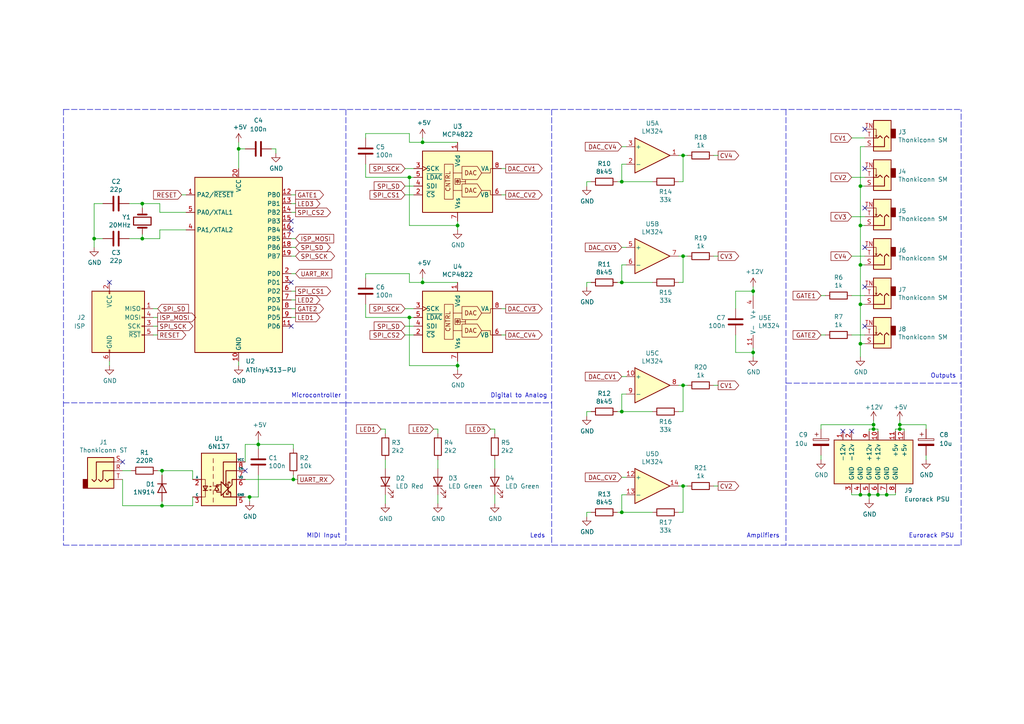
<source format=kicad_sch>
(kicad_sch (version 20211123) (generator eeschema)
  (paper "A4")
  (title_block (title "midi-to-cv") (date "2022-11-20") (rev "A") (company "eurorack.rgm.io") (comment 3 "Released under CERN Open Hardware Licence Version 2 - Strongly Reciprocal") (comment 4 "Designed by: Rafael G. Martins"))
  (lib_symbols
    (symbol "Amplifier_Operational:LM324" (pin_names (offset 0.127))
      (property "Reference" "U" (at 0 5.08 0))
      (property "Value" "LM324" (at 0 -5.08 0))
      (symbol "LM324_1_1"
        (pin output line (at 7.62 0 180) (length 2.54) (name "~") (number "1"))
        (pin input line (at -7.62 -2.54 0) (length 2.54) (name "-") (number "2"))
        (pin input line (at -7.62 2.54 0) (length 2.54) (name "+") (number "3"))
      )
      (symbol "LM324_2_1"
        (pin input line (at -7.62 2.54 0) (length 2.54) (name "+") (number "5"))
        (pin input line (at -7.62 -2.54 0) (length 2.54) (name "-") (number "6"))
        (pin output line (at 7.62 0 180) (length 2.54) (name "~") (number "7"))
      )
      (symbol "LM324_3_1"
        (pin input line (at -7.62 2.54 0) (length 2.54) (name "+") (number "10"))
        (pin output line (at 7.62 0 180) (length 2.54) (name "~") (number "8"))
        (pin input line (at -7.62 -2.54 0) (length 2.54) (name "-") (number "9"))
      )
      (symbol "LM324_4_1"
        (pin input line (at -7.62 2.54 0) (length 2.54) (name "+") (number "12"))
        (pin input line (at -7.62 -2.54 0) (length 2.54) (name "-") (number "13"))
        (pin output line (at 7.62 0 180) (length 2.54) (name "~") (number "14"))
      )
      (symbol "LM324_5_1"
        (pin power_in line (at -2.54 -7.62 90) (length 3.81) (name "V-") (number "11"))
        (pin power_in line (at -2.54 7.62 270) (length 3.81) (name "V+") (number "4"))
      )
    )
    (symbol "Analog_DAC:MCP4822" (pin_names (offset 1.016))
      (property "Reference" "U" (at -2.54 10.795 0))
      (property "Value" "MCP4822" (at -2.54 8.89 0))
      (symbol "MCP4822_0_0"
        (text "CNTRL" (at -2.032 -4.191 900) (effects (font (size 1.27 1.27)) (justify left bottom)))
        (text "DAC" (at 3.81 -3.81 0) (effects (font (size 1.27 1.27))))
        (text "DAC" (at 3.81 1.27 0) (effects (font (size 1.27 1.27))))
      )
      (symbol "MCP4822_1_1"
        (pin power_in line (at 0 10.16 270) (length 2.54) (name "Vdd") (number "1"))
        (pin input line (at -12.7 -5.08 0) (length 2.54) (name "~{CS}") (number "2"))
        (pin input clock (at -12.7 2.54 0) (length 2.54) (name "SCK") (number "3"))
        (pin input line (at -12.7 -2.54 0) (length 2.54) (name "SDI") (number "4"))
        (pin input line (at -12.7 0 0) (length 2.54) (name "~{LDAC}") (number "5"))
        (pin output line (at 12.7 -5.08 180) (length 2.54) (name "VB") (number "6"))
        (pin power_in line (at 0 -12.7 90) (length 2.54) (name "Vss") (number "7"))
        (pin output line (at 12.7 2.54 180) (length 2.54) (name "VA") (number "8"))
      )
    )
    (symbol "Connector:AVR-ISP-6" (pin_names (offset 1.016))
      (property "Reference" "J" (at -6.35 11.43 0))
      (property "Value" "AVR-ISP-6" (at 0 11.43 0))
      (symbol "AVR-ISP-6_1_1"
        (pin passive line (at 10.16 5.08 180) (length 2.54) (name "MISO") (number "1"))
        (pin passive line (at -2.54 12.7 270) (length 2.54) (name "VCC") (number "2"))
        (pin passive line (at 10.16 0 180) (length 2.54) (name "SCK") (number "3"))
        (pin passive line (at 10.16 2.54 180) (length 2.54) (name "MOSI") (number "4"))
        (pin passive line (at 10.16 -2.54 180) (length 2.54) (name "~{RST}") (number "5"))
        (pin passive line (at -2.54 -10.16 90) (length 2.54) (name "GND") (number "6"))
      )
    )
    (symbol "Connector:AudioJack2_SwitchT"
      (property "Reference" "J" (at 0 8.89 0))
      (property "Value" "AudioJack2_SwitchT" (at 0 6.35 0))
      (symbol "AudioJack2_SwitchT_1_1"
        (pin passive line (at 5.08 2.54 180) (length 2.54) (name "~") (number "S"))
        (pin passive line (at 5.08 0 180) (length 2.54) (name "~") (number "T"))
        (pin passive line (at 5.08 -2.54 180) (length 2.54) (name "~") (number "TN"))
      )
    )
    (symbol "Connector:AudioJack3"
      (property "Reference" "J" (at 0 8.89 0))
      (property "Value" "AudioJack3" (at 0 6.35 0))
      (symbol "AudioJack3_1_1"
        (pin passive line (at 5.08 0 180) (length 2.54) (name "~") (number "R"))
        (pin passive line (at 5.08 2.54 180) (length 2.54) (name "~") (number "S"))
        (pin passive line (at 5.08 -2.54 180) (length 2.54) (name "~") (number "T"))
      )
    )
    (symbol "Device:C" (pin_numbers hide) (pin_names (offset 0.254))
      (property "Reference" "C" (at 0.635 2.54 0))
      (property "Value" "C" (at 0.635 -2.54 0))
      (symbol "C_1_1"
        (pin passive line (at 0 3.81 270) (length 2.794) (name "~") (number "1"))
        (pin passive line (at 0 -3.81 90) (length 2.794) (name "~") (number "2"))
      )
    )
    (symbol "Device:C_Polarized" (pin_numbers hide) (pin_names (offset 0.254))
      (property "Reference" "C" (at 0.635 2.54 0))
      (property "Value" "C_Polarized" (at 0.635 -2.54 0))
      (symbol "C_Polarized_1_1"
        (pin passive line (at 0 3.81 270) (length 2.794) (name "~") (number "1"))
        (pin passive line (at 0 -3.81 90) (length 2.794) (name "~") (number "2"))
      )
    )
    (symbol "Device:Crystal" (pin_numbers hide) (pin_names (offset 1.016) hide)
      (property "Reference" "Y" (at 0 3.81 0))
      (property "Value" "Crystal" (at 0 -3.81 0))
      (symbol "Crystal_1_1"
        (pin passive line (at -3.81 0 0) (length 1.27) (name "1") (number "1"))
        (pin passive line (at 3.81 0 180) (length 1.27) (name "2") (number "2"))
      )
    )
    (symbol "Device:LED" (pin_numbers hide) (pin_names (offset 1.016) hide)
      (property "Reference" "D" (at 0 2.54 0))
      (property "Value" "LED" (at 0 -2.54 0))
      (symbol "LED_1_1"
        (pin passive line (at -3.81 0 0) (length 2.54) (name "K") (number "1"))
        (pin passive line (at 3.81 0 180) (length 2.54) (name "A") (number "2"))
      )
    )
    (symbol "Device:R" (pin_numbers hide) (pin_names (offset 0))
      (property "Reference" "R" (at 2.032 0 90))
      (property "Value" "R" (at 0 0 90))
      (symbol "R_1_1"
        (pin passive line (at 0 3.81 270) (length 1.27) (name "~") (number "1"))
        (pin passive line (at 0 -3.81 90) (length 1.27) (name "~") (number "2"))
      )
    )
    (symbol "Diode:1N914" (pin_numbers hide) (pin_names (offset 1.016) hide)
      (property "Reference" "D" (at 0 2.54 0))
      (property "Value" "1N914" (at 0 -2.54 0))
      (symbol "1N914_1_1"
        (pin passive line (at -3.81 0 0) (length 2.54) (name "K") (number "1"))
        (pin passive line (at 3.81 0 180) (length 2.54) (name "A") (number "2"))
      )
    )
    (symbol "Isolator:6N137" (pin_names (offset 0))
      (property "Reference" "U" (at -4.064 8.89 0))
      (property "Value" "6N137" (at 0 -8.89 0))
      (symbol "6N137_1_1"
        (pin no_connect line (at -5.08 5.08 0) (length 2.54) hide (name "NC") (number "1"))
        (pin passive line (at -7.62 0 0) (length 2.54) (name "A") (number "2"))
        (pin passive line (at -7.62 -5.08 0) (length 2.54) (name "C") (number "3"))
        (pin power_in line (at 7.62 -5.08 180) (length 2.54) (name "GND") (number "5"))
        (pin open_collector line (at 7.62 0 180) (length 2.54) (name "VO") (number "6"))
        (pin input line (at 7.62 2.54 180) (length 2.54) (name "EN") (number "7"))
        (pin power_in line (at 7.62 5.08 180) (length 2.54) (name "VCC") (number "8"))
      )
    )
    (symbol "MCU_Microchip_ATtiny:ATtiny4313-P"
      (property "Reference" "U" (at -12.7 26.67 0))
      (property "Value" "ATtiny4313-P" (at 2.54 -26.67 0))
      (symbol "ATtiny4313-P_1_1"
        (pin bidirectional line (at -15.24 20.32 0) (length 2.54) (name "PA2/~{RESET}") (number "1"))
        (pin power_in line (at 0 -27.94 90) (length 2.54) (name "GND") (number "10"))
        (pin bidirectional line (at 15.24 -17.78 180) (length 2.54) (name "PD6") (number "11"))
        (pin bidirectional line (at 15.24 20.32 180) (length 2.54) (name "PB0") (number "12"))
        (pin bidirectional line (at 15.24 17.78 180) (length 2.54) (name "PB1") (number "13"))
        (pin bidirectional line (at 15.24 15.24 180) (length 2.54) (name "PB2") (number "14"))
        (pin bidirectional line (at 15.24 12.7 180) (length 2.54) (name "PB3") (number "15"))
        (pin bidirectional line (at 15.24 10.16 180) (length 2.54) (name "PB4") (number "16"))
        (pin bidirectional line (at 15.24 7.62 180) (length 2.54) (name "PB5") (number "17"))
        (pin bidirectional line (at 15.24 5.08 180) (length 2.54) (name "PB6") (number "18"))
        (pin bidirectional line (at 15.24 2.54 180) (length 2.54) (name "PB7") (number "19"))
        (pin bidirectional line (at 15.24 -2.54 180) (length 2.54) (name "PD0") (number "2"))
        (pin power_in line (at 0 27.94 270) (length 2.54) (name "VCC") (number "20"))
        (pin bidirectional line (at 15.24 -5.08 180) (length 2.54) (name "PD1") (number "3"))
        (pin bidirectional line (at -15.24 10.16 0) (length 2.54) (name "PA1/XTAL2") (number "4"))
        (pin bidirectional line (at -15.24 15.24 0) (length 2.54) (name "PA0/XTAL1") (number "5"))
        (pin bidirectional line (at 15.24 -7.62 180) (length 2.54) (name "PD2") (number "6"))
        (pin bidirectional line (at 15.24 -10.16 180) (length 2.54) (name "PD3") (number "7"))
        (pin bidirectional line (at 15.24 -12.7 180) (length 2.54) (name "PD4") (number "8"))
        (pin bidirectional line (at 15.24 -15.24 180) (length 2.54) (name "PD5") (number "9"))
      )
    )
    (symbol "eurorack:Connector_Eurorack_PSU" (pin_names (offset 1.016))
      (property "Reference" "J" (at 8.89 -6.35 0))
      (property "Value" "Connector_Eurorack_PSU" (at 8.89 -8.89 0))
      (symbol "Connector_Eurorack_PSU_1_1"
        (pin power_out line (at -8.89 11.43 270) (length 2.54) (name "-12v") (number "1"))
        (pin passive line (at 1.27 11.43 270) (length 2.54) (name "+12v") (number "10"))
        (pin power_out line (at 6.35 11.43 270) (length 2.54) (name "+5v") (number "11"))
        (pin passive line (at 8.89 11.43 270) (length 2.54) (name "+5v") (number "12"))
        (pin no_connect line (at -13.97 1.27 0) (length 2.54) hide (name "NC") (number "13"))
        (pin no_connect line (at -13.97 -1.27 0) (length 2.54) hide (name "NC") (number "14"))
        (pin no_connect line (at 13.97 1.27 180) (length 2.54) hide (name "NC") (number "15"))
        (pin no_connect line (at 13.97 -1.27 180) (length 2.54) hide (name "NC") (number "16"))
        (pin passive line (at -6.35 11.43 270) (length 2.54) (name "-12v") (number "2"))
        (pin power_out line (at -6.35 -6.35 90) (length 2.54) (name "GND") (number "3"))
        (pin passive line (at -3.81 -6.35 90) (length 2.54) (name "GND") (number "4"))
        (pin passive line (at -1.27 -6.35 90) (length 2.54) (name "GND") (number "5"))
        (pin passive line (at 1.27 -6.35 90) (length 2.54) (name "GND") (number "6"))
        (pin passive line (at 3.81 -6.35 90) (length 2.54) (name "GND") (number "7"))
        (pin passive line (at 6.35 -6.35 90) (length 2.54) (name "GND") (number "8"))
        (pin power_out line (at -1.27 11.43 270) (length 2.54) (name "+12v") (number "9"))
      )
    )
    (symbol "power:+12V" (power) (pin_names (offset 0))
      (property "Value" "+12V" (at 0 3.556 0))
      (symbol "+12V_1_1"
        (pin power_in line (at 0 0 90) (length 0) hide (name "+12V") (number "1"))
      )
    )
    (symbol "power:+5V" (power) (pin_names (offset 0))
      (property "Value" "+5V" (at 0 3.556 0))
      (symbol "+5V_1_1"
        (pin power_in line (at 0 0 90) (length 0) hide (name "+5V") (number "1"))
      )
    )
    (symbol "power:GND" (power) (pin_names (offset 0))
      (property "Value" "GND" (at 0 -3.81 0))
      (symbol "GND_1_1"
        (pin power_in line (at 0 0 270) (length 0) hide (name "GND") (number "1"))
      )
    )
  )
  (junction (at 41.275 69.215))
  (junction (at 118.745 92.075))
  (junction (at 122.555 41.275))
  (junction (at 72.39 144.145))
  (junction (at 122.555 81.915))
  (junction (at 254.635 143.51))
  (junction (at 253.365 124.46))
  (junction (at 218.44 84.455))
  (junction (at 180.34 81.915))
  (junction (at 249.555 65.405))
  (junction (at 198.12 111.76))
  (junction (at 27.305 69.215))
  (junction (at 249.555 88.265))
  (junction (at 198.12 140.97))
  (junction (at 46.99 136.525))
  (junction (at 260.985 123.19))
  (junction (at 46.99 146.685))
  (junction (at 74.93 128.905))
  (junction (at 198.12 74.295))
  (junction (at 257.175 143.51))
  (junction (at 253.365 123.19))
  (junction (at 260.985 124.46))
  (junction (at 118.745 51.435))
  (junction (at 249.555 53.975))
  (junction (at 180.34 52.705))
  (junction (at 69.215 43.18))
  (junction (at 249.555 143.51))
  (junction (at 85.09 139.065))
  (junction (at 132.715 106.045))
  (junction (at 249.555 76.835))
  (junction (at 218.44 102.235))
  (junction (at 132.715 65.405))
  (junction (at 180.34 148.59))
  (junction (at 180.34 119.38))
  (junction (at 198.12 45.085))
  (junction (at 249.555 99.695))
  (junction (at 41.275 59.055))
  (junction (at 252.095 143.51))
  (no_connect (at 71.12 136.525))
  (no_connect (at 84.455 64.135))
  (no_connect (at 84.455 66.675))
  (no_connect (at 250.825 71.755))
  (no_connect (at 250.825 60.325))
  (no_connect (at 250.825 48.895))
  (no_connect (at 84.455 94.615))
  (no_connect (at 244.475 125.095))
  (no_connect (at 31.75 81.915))
  (no_connect (at 250.825 94.615))
  (no_connect (at 247.015 125.095))
  (no_connect (at 84.455 81.915))
  (no_connect (at 35.56 133.985))
  (no_connect (at 250.825 83.185))
  (no_connect (at 250.825 37.465))
  (wire (pts (xy 260.985 124.46) (xy 262.255 124.46)))
  (wire (pts (xy 29.845 69.215) (xy 27.305 69.215)))
  (wire (pts (xy 249.555 99.695) (xy 250.825 99.695)))
  (wire (pts (xy 118.745 81.915) (xy 122.555 81.915)))
  (wire (pts (xy 252.095 125.095) (xy 252.095 124.46)))
  (wire (pts (xy 170.18 81.915) (xy 171.45 81.915)))
  (wire (pts (xy 268.605 124.46) (xy 268.605 123.19)))
  (wire (pts (xy 106.045 92.075) (xy 118.745 92.075)))
  (wire (pts (xy 46.99 136.525) (xy 55.88 136.525)))
  (wire (pts (xy 106.045 80.645) (xy 106.045 79.375)))
  (wire (pts (xy 52.705 56.515) (xy 53.975 56.515)))
  (wire (pts (xy 238.125 123.19) (xy 253.365 123.19)))
  (wire (pts (xy 145.415 89.535) (xy 146.685 89.535)))
  (wire (pts (xy 259.715 143.51) (xy 259.715 142.875)))
  (wire (pts (xy 180.34 143.51) (xy 180.34 148.59)))
  (wire (pts (xy 127 143.51) (xy 127 146.05)))
  (wire (pts (xy 180.34 71.755) (xy 181.61 71.755)))
  (wire (pts (xy 84.455 86.995) (xy 85.725 86.995)))
  (wire (pts (xy 111.76 135.89) (xy 111.76 133.35)))
  (wire (pts (xy 198.12 81.915) (xy 198.12 74.295)))
  (wire (pts (xy 181.61 76.835) (xy 180.34 76.835)))
  (wire (pts (xy 78.74 43.18) (xy 80.01 43.18)))
  (wire (pts (xy 74.93 128.905) (xy 74.93 127.635)))
  (wire (pts (xy 250.825 53.975) (xy 249.555 53.975)))
  (wire (pts (xy 118.745 65.405) (xy 132.715 65.405)))
  (wire (pts (xy 180.34 52.705) (xy 189.23 52.705)))
  (wire (pts (xy 218.44 102.235) (xy 218.44 100.965)))
  (wire (pts (xy 44.45 92.075) (xy 45.72 92.075)))
  (wire (pts (xy 198.12 45.085) (xy 196.85 45.085)))
  (wire (pts (xy 69.215 43.18) (xy 69.215 48.895)))
  (wire (pts (xy 74.93 137.795) (xy 74.93 144.145)))
  (wire (pts (xy 143.51 143.51) (xy 143.51 146.05)))
  (wire (pts (xy 247.015 51.435) (xy 250.825 51.435)))
  (wire (pts (xy 247.015 97.155) (xy 250.825 97.155)))
  (wire (pts (xy 80.01 43.18) (xy 80.01 44.45)))
  (wire (pts (xy 181.61 114.3) (xy 180.34 114.3)))
  (wire (pts (xy 249.555 53.975) (xy 249.555 65.405)))
  (wire (pts (xy 180.34 109.22) (xy 181.61 109.22)))
  (wire (pts (xy 31.75 104.775) (xy 31.75 106.045)))
  (wire (pts (xy 213.36 84.455) (xy 218.44 84.455)))
  (wire (pts (xy 84.455 84.455) (xy 85.725 84.455)))
  (polyline (pts (xy 18.415 31.75) (xy 278.765 31.75)))
  (wire (pts (xy 118.745 38.735) (xy 118.745 41.275)))
  (wire (pts (xy 46.99 146.685) (xy 55.88 146.685)))
  (wire (pts (xy 170.18 53.975) (xy 170.18 52.705)))
  (wire (pts (xy 53.975 61.595) (xy 46.355 61.595)))
  (wire (pts (xy 260.985 121.92) (xy 260.985 123.19)))
  (wire (pts (xy 118.745 79.375) (xy 118.745 81.915)))
  (wire (pts (xy 145.415 48.895) (xy 146.685 48.895)))
  (wire (pts (xy 198.12 119.38) (xy 198.12 111.76)))
  (wire (pts (xy 170.18 83.185) (xy 170.18 81.915)))
  (wire (pts (xy 253.365 121.92) (xy 253.365 123.19)))
  (wire (pts (xy 213.36 89.535) (xy 213.36 84.455)))
  (wire (pts (xy 111.76 143.51) (xy 111.76 146.05)))
  (wire (pts (xy 127 124.46) (xy 127 125.73)))
  (polyline (pts (xy 278.765 158.115) (xy 278.765 31.75)))
  (wire (pts (xy 72.39 144.145) (xy 72.39 145.415)))
  (wire (pts (xy 44.45 97.155) (xy 45.72 97.155)))
  (wire (pts (xy 247.015 85.725) (xy 250.825 85.725)))
  (wire (pts (xy 145.415 56.515) (xy 146.685 56.515)))
  (wire (pts (xy 198.12 148.59) (xy 198.12 140.97)))
  (wire (pts (xy 74.93 130.175) (xy 74.93 128.905)))
  (wire (pts (xy 247.015 74.295) (xy 250.825 74.295)))
  (wire (pts (xy 249.555 142.875) (xy 249.555 143.51)))
  (wire (pts (xy 125.73 124.46) (xy 127 124.46)))
  (wire (pts (xy 37.465 59.055) (xy 41.275 59.055)))
  (wire (pts (xy 207.01 45.085) (xy 208.28 45.085)))
  (wire (pts (xy 85.09 128.905) (xy 74.93 128.905)))
  (wire (pts (xy 46.355 61.595) (xy 46.355 59.055)))
  (wire (pts (xy 118.745 92.075) (xy 118.745 106.045)))
  (wire (pts (xy 120.015 51.435) (xy 118.745 51.435)))
  (wire (pts (xy 35.56 136.525) (xy 38.1 136.525)))
  (wire (pts (xy 111.76 124.46) (xy 111.76 125.73)))
  (wire (pts (xy 69.215 104.775) (xy 69.215 106.045)))
  (wire (pts (xy 238.125 124.46) (xy 238.125 123.19)))
  (wire (pts (xy 247.015 62.865) (xy 250.825 62.865)))
  (polyline (pts (xy 160.02 31.75) (xy 160.02 116.84)))
  (wire (pts (xy 250.825 88.265) (xy 249.555 88.265)))
  (wire (pts (xy 45.72 136.525) (xy 46.99 136.525)))
  (wire (pts (xy 180.34 119.38) (xy 189.23 119.38)))
  (wire (pts (xy 127 133.35) (xy 127 135.89)))
  (wire (pts (xy 84.455 79.375) (xy 85.725 79.375)))
  (wire (pts (xy 35.56 146.685) (xy 46.99 146.685)))
  (polyline (pts (xy 227.965 111.125) (xy 278.765 111.125)))
  (wire (pts (xy 250.825 76.835) (xy 249.555 76.835)))
  (wire (pts (xy 74.93 144.145) (xy 72.39 144.145)))
  (wire (pts (xy 46.99 137.795) (xy 46.99 136.525)))
  (wire (pts (xy 218.44 103.505) (xy 218.44 102.235)))
  (wire (pts (xy 117.475 56.515) (xy 120.015 56.515)))
  (wire (pts (xy 179.07 81.915) (xy 180.34 81.915)))
  (wire (pts (xy 118.745 106.045) (xy 132.715 106.045)))
  (wire (pts (xy 110.49 124.46) (xy 111.76 124.46)))
  (wire (pts (xy 106.045 51.435) (xy 118.745 51.435)))
  (wire (pts (xy 106.045 79.375) (xy 118.745 79.375)))
  (wire (pts (xy 253.365 124.46) (xy 254.635 124.46)))
  (wire (pts (xy 196.85 81.915) (xy 198.12 81.915)))
  (wire (pts (xy 122.555 41.275) (xy 132.715 41.275)))
  (wire (pts (xy 218.44 84.455) (xy 218.44 85.725)))
  (wire (pts (xy 117.475 48.895) (xy 120.015 48.895)))
  (wire (pts (xy 252.095 143.51) (xy 252.095 144.78)))
  (wire (pts (xy 170.18 119.38) (xy 171.45 119.38)))
  (wire (pts (xy 180.34 42.545) (xy 181.61 42.545)))
  (wire (pts (xy 247.015 143.51) (xy 249.555 143.51)))
  (wire (pts (xy 46.99 145.415) (xy 46.99 146.685)))
  (wire (pts (xy 260.985 123.19) (xy 260.985 124.46)))
  (wire (pts (xy 180.34 81.915) (xy 189.23 81.915)))
  (wire (pts (xy 250.825 42.545) (xy 249.555 42.545)))
  (wire (pts (xy 106.045 47.625) (xy 106.045 51.435)))
  (wire (pts (xy 55.88 146.685) (xy 55.88 144.145)))
  (wire (pts (xy 199.39 140.97) (xy 198.12 140.97)))
  (polyline (pts (xy 100.33 31.75) (xy 100.33 158.115)))
  (wire (pts (xy 249.555 143.51) (xy 252.095 143.51)))
  (wire (pts (xy 143.51 135.89) (xy 143.51 133.35)))
  (wire (pts (xy 44.45 89.535) (xy 45.72 89.535)))
  (wire (pts (xy 253.365 123.19) (xy 253.365 124.46)))
  (wire (pts (xy 106.045 40.005) (xy 106.045 38.735)))
  (wire (pts (xy 259.715 125.095) (xy 259.715 124.46)))
  (wire (pts (xy 117.475 53.975) (xy 120.015 53.975)))
  (wire (pts (xy 268.605 133.35) (xy 268.605 132.08)))
  (wire (pts (xy 254.635 124.46) (xy 254.635 125.095)))
  (wire (pts (xy 35.56 139.065) (xy 35.56 146.685)))
  (wire (pts (xy 85.09 139.065) (xy 86.36 139.065)))
  (wire (pts (xy 249.555 88.265) (xy 249.555 99.695)))
  (wire (pts (xy 252.095 143.51) (xy 254.635 143.51)))
  (wire (pts (xy 46.355 69.215) (xy 41.275 69.215)))
  (wire (pts (xy 27.305 59.055) (xy 29.845 59.055)))
  (wire (pts (xy 170.18 149.86) (xy 170.18 148.59)))
  (wire (pts (xy 247.015 142.875) (xy 247.015 143.51)))
  (wire (pts (xy 118.745 41.275) (xy 122.555 41.275)))
  (wire (pts (xy 198.12 74.295) (xy 196.85 74.295)))
  (wire (pts (xy 198.12 52.705) (xy 198.12 45.085)))
  (wire (pts (xy 69.215 41.275) (xy 69.215 43.18)))
  (wire (pts (xy 84.455 89.535) (xy 85.725 89.535)))
  (wire (pts (xy 53.975 66.675) (xy 46.355 66.675)))
  (wire (pts (xy 247.015 40.005) (xy 250.825 40.005)))
  (wire (pts (xy 106.045 38.735) (xy 118.745 38.735)))
  (wire (pts (xy 213.36 97.155) (xy 213.36 102.235)))
  (wire (pts (xy 84.455 92.075) (xy 85.725 92.075)))
  (wire (pts (xy 199.39 111.76) (xy 198.12 111.76)))
  (wire (pts (xy 117.475 94.615) (xy 120.015 94.615)))
  (wire (pts (xy 85.09 130.175) (xy 85.09 128.905)))
  (wire (pts (xy 122.555 40.005) (xy 122.555 41.275)))
  (wire (pts (xy 44.45 94.615) (xy 45.72 94.615)))
  (wire (pts (xy 179.07 119.38) (xy 180.34 119.38)))
  (wire (pts (xy 71.12 128.905) (xy 74.93 128.905)))
  (wire (pts (xy 84.455 56.515) (xy 85.725 56.515)))
  (wire (pts (xy 71.12 43.18) (xy 69.215 43.18)))
  (wire (pts (xy 84.455 69.215) (xy 85.725 69.215)))
  (wire (pts (xy 254.635 142.875) (xy 254.635 143.51)))
  (wire (pts (xy 213.36 102.235) (xy 218.44 102.235)))
  (wire (pts (xy 179.07 148.59) (xy 180.34 148.59)))
  (wire (pts (xy 181.61 47.625) (xy 180.34 47.625)))
  (wire (pts (xy 118.745 51.435) (xy 118.745 65.405)))
  (wire (pts (xy 170.18 148.59) (xy 171.45 148.59)))
  (wire (pts (xy 84.455 71.755) (xy 85.725 71.755)))
  (polyline (pts (xy 227.965 31.75) (xy 227.965 158.115)))
  (wire (pts (xy 85.09 139.065) (xy 85.09 137.795)))
  (polyline (pts (xy 100.33 116.84) (xy 160.02 116.84)))
  (wire (pts (xy 145.415 97.155) (xy 146.685 97.155)))
  (wire (pts (xy 132.715 106.045) (xy 132.715 107.315)))
  (polyline (pts (xy 160.02 116.84) (xy 160.02 158.115)))
  (wire (pts (xy 257.175 143.51) (xy 259.715 143.51)))
  (wire (pts (xy 122.555 80.645) (xy 122.555 81.915)))
  (wire (pts (xy 180.34 76.835) (xy 180.34 81.915)))
  (wire (pts (xy 46.355 59.055) (xy 41.275 59.055)))
  (polyline (pts (xy 18.415 116.84) (xy 100.33 116.84)))
  (wire (pts (xy 257.175 142.875) (xy 257.175 143.51)))
  (wire (pts (xy 41.275 60.325) (xy 41.275 59.055)))
  (wire (pts (xy 207.01 140.97) (xy 208.28 140.97)))
  (wire (pts (xy 117.475 89.535) (xy 120.015 89.535)))
  (polyline (pts (xy 18.415 158.115) (xy 278.765 158.115)))
  (wire (pts (xy 71.12 133.985) (xy 71.12 128.905)))
  (wire (pts (xy 117.475 97.155) (xy 120.015 97.155)))
  (wire (pts (xy 46.355 66.675) (xy 46.355 69.215)))
  (wire (pts (xy 252.095 142.875) (xy 252.095 143.51)))
  (wire (pts (xy 55.88 136.525) (xy 55.88 139.065)))
  (wire (pts (xy 249.555 42.545) (xy 249.555 53.975)))
  (wire (pts (xy 122.555 81.915) (xy 132.715 81.915)))
  (wire (pts (xy 180.34 47.625) (xy 180.34 52.705)))
  (wire (pts (xy 179.07 52.705) (xy 180.34 52.705)))
  (wire (pts (xy 196.85 52.705) (xy 198.12 52.705)))
  (wire (pts (xy 120.015 92.075) (xy 118.745 92.075)))
  (wire (pts (xy 180.34 138.43) (xy 181.61 138.43)))
  (wire (pts (xy 71.12 139.065) (xy 85.09 139.065)))
  (wire (pts (xy 84.455 74.295) (xy 85.725 74.295)))
  (wire (pts (xy 84.455 59.055) (xy 85.725 59.055)))
  (wire (pts (xy 218.44 83.185) (xy 218.44 84.455)))
  (wire (pts (xy 170.18 120.65) (xy 170.18 119.38)))
  (wire (pts (xy 181.61 143.51) (xy 180.34 143.51)))
  (wire (pts (xy 41.275 67.945) (xy 41.275 69.215)))
  (wire (pts (xy 196.85 148.59) (xy 198.12 148.59)))
  (wire (pts (xy 132.715 65.405) (xy 132.715 66.675)))
  (wire (pts (xy 238.125 85.725) (xy 239.395 85.725)))
  (wire (pts (xy 180.34 148.59) (xy 189.23 148.59)))
  (wire (pts (xy 249.555 76.835) (xy 249.555 88.265)))
  (wire (pts (xy 27.305 71.755) (xy 27.305 69.215)))
  (wire (pts (xy 170.18 52.705) (xy 171.45 52.705)))
  (wire (pts (xy 132.715 104.775) (xy 132.715 106.045)))
  (wire (pts (xy 198.12 140.97) (xy 196.85 140.97)))
  (wire (pts (xy 262.255 124.46) (xy 262.255 125.095)))
  (wire (pts (xy 207.01 74.295) (xy 208.28 74.295)))
  (wire (pts (xy 252.095 124.46) (xy 253.365 124.46)))
  (wire (pts (xy 254.635 143.51) (xy 257.175 143.51)))
  (wire (pts (xy 106.045 88.265) (xy 106.045 92.075)))
  (wire (pts (xy 37.465 69.215) (xy 41.275 69.215)))
  (wire (pts (xy 238.125 133.35) (xy 238.125 132.08)))
  (wire (pts (xy 207.01 111.76) (xy 208.28 111.76)))
  (wire (pts (xy 259.715 124.46) (xy 260.985 124.46)))
  (wire (pts (xy 71.12 144.145) (xy 72.39 144.145)))
  (wire (pts (xy 250.825 65.405) (xy 249.555 65.405)))
  (wire (pts (xy 142.24 124.46) (xy 143.51 124.46)))
  (wire (pts (xy 268.605 123.19) (xy 260.985 123.19)))
  (wire (pts (xy 27.305 69.215) (xy 27.305 59.055)))
  (wire (pts (xy 238.125 97.155) (xy 239.395 97.155)))
  (wire (pts (xy 143.51 124.46) (xy 143.51 125.73)))
  (polyline (pts (xy 18.415 31.75) (xy 18.415 158.115)))
  (wire (pts (xy 196.85 119.38) (xy 198.12 119.38)))
  (wire (pts (xy 84.455 61.595) (xy 85.725 61.595)))
  (wire (pts (xy 249.555 103.505) (xy 249.555 99.695)))
  (wire (pts (xy 132.715 64.135) (xy 132.715 65.405)))
  (wire (pts (xy 199.39 74.295) (xy 198.12 74.295)))
  (wire (pts (xy 198.12 111.76) (xy 196.85 111.76)))
  (wire (pts (xy 180.34 114.3) (xy 180.34 119.38)))
  (wire (pts (xy 249.555 65.405) (xy 249.555 76.835)))
  (wire (pts (xy 199.39 45.085) (xy 198.12 45.085)))
  (text "Leds" (at 153.67 156.21 0) (effects (font (size 1.27 1.27)) (justify left bottom)))
  (text "Digital to Analog" (at 142.24 115.57 0) (effects (font (size 1.27 1.27)) (justify left bottom)))
  (text "Eurorack PSU" (at 263.525 156.21 0) (effects (font (size 1.27 1.27)) (justify left bottom)))
  (text "Outputs" (at 269.875 109.855 0) (effects (font (size 1.27 1.27)) (justify left bottom)))
  (text "Amplifiers" (at 216.535 156.21 0) (effects (font (size 1.27 1.27)) (justify left bottom)))
  (text "MIDI Input" (at 88.9 156.21 0) (effects (font (size 1.27 1.27)) (justify left bottom)))
  (text "Microcontroller" (at 84.455 115.57 0) (effects (font (size 1.27 1.27)) (justify left bottom)))
  (global_label "GATE1" (shape output) (at 85.725 56.515 0) (property "Intersheet References" "${INTERSHEET_REFS}" (effects hide)))
  (global_label "CV4" (shape output) (at 208.28 45.085 0) (property "Intersheet References" "${INTERSHEET_REFS}" (effects hide)))
  (global_label "SPI_SD" (shape input) (at 117.475 94.615 180) (property "Intersheet References" "${INTERSHEET_REFS}" (effects hide)))
  (global_label "DAC_CV3" (shape input) (at 180.34 71.755 180) (property "Intersheet References" "${INTERSHEET_REFS}" (effects hide)))
  (global_label "CV3" (shape output) (at 208.28 74.295 0) (property "Intersheet References" "${INTERSHEET_REFS}" (effects hide)))
  (global_label "DAC_CV3" (shape output) (at 146.685 89.535 0) (property "Intersheet References" "${INTERSHEET_REFS}" (effects hide)))
  (global_label "SPI_CS2" (shape output) (at 85.725 61.595 0) (property "Intersheet References" "${INTERSHEET_REFS}" (effects hide)))
  (global_label "DAC_CV4" (shape output) (at 146.685 97.155 0) (property "Intersheet References" "${INTERSHEET_REFS}" (effects hide)))
  (global_label "SPI_SD" (shape input) (at 117.475 53.975 180) (property "Intersheet References" "${INTERSHEET_REFS}" (effects hide)))
  (global_label "DAC_CV2" (shape output) (at 146.685 56.515 0) (property "Intersheet References" "${INTERSHEET_REFS}" (effects hide)))
  (global_label "UART_RX" (shape output) (at 86.36 139.065 0) (property "Intersheet References" "${INTERSHEET_REFS}" (effects hide)))
  (global_label "CV3" (shape input) (at 247.015 62.865 180) (property "Intersheet References" "${INTERSHEET_REFS}" (effects hide)))
  (global_label "LED2" (shape input) (at 125.73 124.46 180) (property "Intersheet References" "${INTERSHEET_REFS}" (effects hide)))
  (global_label "SPI_CS1" (shape output) (at 85.725 84.455 0) (property "Intersheet References" "${INTERSHEET_REFS}" (effects hide)))
  (global_label "SPI_CS1" (shape input) (at 117.475 56.515 180) (property "Intersheet References" "${INTERSHEET_REFS}" (effects hide)))
  (global_label "SPI_SCK" (shape input) (at 117.475 89.535 180) (property "Intersheet References" "${INTERSHEET_REFS}" (effects hide)))
  (global_label "SPI_SCK" (shape output) (at 45.72 94.615 0) (property "Intersheet References" "${INTERSHEET_REFS}" (effects hide)))
  (global_label "LED2" (shape output) (at 85.725 86.995 0) (property "Intersheet References" "${INTERSHEET_REFS}" (effects hide)))
  (global_label "CV2" (shape output) (at 208.28 140.97 0) (property "Intersheet References" "${INTERSHEET_REFS}" (effects hide)))
  (global_label "RESET" (shape input) (at 52.705 56.515 180) (property "Intersheet References" "${INTERSHEET_REFS}" (effects hide)))
  (global_label "DAC_CV1" (shape input) (at 180.34 109.22 180) (property "Intersheet References" "${INTERSHEET_REFS}" (effects hide)))
  (global_label "DAC_CV1" (shape output) (at 146.685 48.895 0) (property "Intersheet References" "${INTERSHEET_REFS}" (effects hide)))
  (global_label "LED3" (shape input) (at 142.24 124.46 180) (property "Intersheet References" "${INTERSHEET_REFS}" (effects hide)))
  (global_label "GATE2" (shape input) (at 238.125 97.155 180) (property "Intersheet References" "${INTERSHEET_REFS}" (effects hide)))
  (global_label "LED3" (shape output) (at 85.725 59.055 0) (property "Intersheet References" "${INTERSHEET_REFS}" (effects hide)))
  (global_label "CV1" (shape output) (at 208.28 111.76 0) (property "Intersheet References" "${INTERSHEET_REFS}" (effects hide)))
  (global_label "GATE1" (shape input) (at 238.125 85.725 180) (property "Intersheet References" "${INTERSHEET_REFS}" (effects hide)))
  (global_label "SPI_SD" (shape input) (at 45.72 89.535 0) (property "Intersheet References" "${INTERSHEET_REFS}" (effects hide)))
  (global_label "CV4" (shape input) (at 247.015 74.295 180) (property "Intersheet References" "${INTERSHEET_REFS}" (effects hide)))
  (global_label "UART_RX" (shape input) (at 85.725 79.375 0) (property "Intersheet References" "${INTERSHEET_REFS}" (effects hide)))
  (global_label "SPI_CS2" (shape input) (at 117.475 97.155 180) (property "Intersheet References" "${INTERSHEET_REFS}" (effects hide)))
  (global_label "SPI_SCK" (shape input) (at 117.475 48.895 180) (property "Intersheet References" "${INTERSHEET_REFS}" (effects hide)))
  (global_label "CV2" (shape input) (at 247.015 51.435 180) (property "Intersheet References" "${INTERSHEET_REFS}" (effects hide)))
  (global_label "LED1" (shape output) (at 85.725 92.075 0) (property "Intersheet References" "${INTERSHEET_REFS}" (effects hide)))
  (global_label "SPI_SD" (shape bidirectional) (at 85.725 71.755 0) (property "Intersheet References" "${INTERSHEET_REFS}" (effects hide)))
  (global_label "CV1" (shape input) (at 247.015 40.005 180) (property "Intersheet References" "${INTERSHEET_REFS}" (effects hide)))
  (global_label "LED1" (shape input) (at 110.49 124.46 180) (property "Intersheet References" "${INTERSHEET_REFS}" (effects hide)))
  (global_label "DAC_CV2" (shape input) (at 180.34 138.43 180) (property "Intersheet References" "${INTERSHEET_REFS}" (effects hide)))
  (global_label "ISP_MOSI" (shape input) (at 85.725 69.215 0) (property "Intersheet References" "${INTERSHEET_REFS}" (effects hide)))
  (global_label "DAC_CV4" (shape input) (at 180.34 42.545 180) (property "Intersheet References" "${INTERSHEET_REFS}" (effects hide)))
  (global_label "ISP_MOSI" (shape output) (at 45.72 92.075 0) (property "Intersheet References" "${INTERSHEET_REFS}" (effects hide)))
  (global_label "RESET" (shape output) (at 45.72 97.155 0) (property "Intersheet References" "${INTERSHEET_REFS}" (effects hide)))
  (global_label "SPI_SCK" (shape bidirectional) (at 85.725 74.295 0) (property "Intersheet References" "${INTERSHEET_REFS}" (effects hide)))
  (global_label "GATE2" (shape output) (at 85.725 89.535 0) (property "Intersheet References" "${INTERSHEET_REFS}" (effects hide)))
  (symbol (lib_id "Device:R") (at 41.91 136.525 270) (unit 1)
    (property "Reference" "R1" (at 41.91 131.2672 90))
    (property "Value" "220R" (at 41.91 133.5786 90))
    (property "Footprint" "Resistor_THT:R_Axial_DIN0207_L6.3mm_D2.5mm_P10.16mm_Horizontal" (effects hide))
  )
  (symbol (lib_id "Diode:1N914") (at 46.99 141.605 270) (unit 1)
    (property "Reference" "D1" (at 44.9834 140.4366 90) (effects (justify right)))
    (property "Value" "1N914" (at 44.9834 142.748 90) (effects (justify right)))
    (property "Footprint" "Diode_THT:D_DO-35_SOD27_P7.62mm_Horizontal" (effects hide))
    (property "Datasheet" "http://www.vishay.com/docs/85622/1n914.pdf" (effects hide))
  )
  (symbol (lib_id "Device:R") (at 85.09 133.985 0) (unit 1)
    (property "Reference" "R2" (at 86.868 132.8166 0) (effects (justify left)))
    (property "Value" "10k" (at 86.868 135.128 0) (effects (justify left)))
    (property "Footprint" "Resistor_THT:R_Axial_DIN0207_L6.3mm_D2.5mm_P10.16mm_Horizontal" (effects hide))
  )
  (symbol (lib_id "Device:Crystal") (at 41.275 64.135 270) (unit 1)
    (property "Reference" "Y1" (at 37.9476 62.9666 90) (effects (justify right)))
    (property "Value" "20MHz" (at 37.9476 65.278 90) (effects (justify right)))
    (property "Footprint" "Crystal:Crystal_HC49-U_Vertical" (effects hide))
  )
  (symbol (lib_id "Device:C") (at 33.655 59.055 270) (unit 1)
    (property "Reference" "C2" (at 33.655 52.6542 90))
    (property "Value" "22p" (at 33.655 54.9656 90))
    (property "Footprint" "Capacitor_THT:C_Disc_D3.0mm_W1.6mm_P2.50mm" (effects hide))
  )
  (symbol (lib_id "Device:C") (at 33.655 69.215 270) (unit 1)
    (property "Reference" "C3" (at 33.655 73.279 90))
    (property "Value" "22p" (at 33.655 75.5904 90))
    (property "Footprint" "Capacitor_THT:C_Disc_D3.0mm_W1.6mm_P2.50mm" (effects hide))
  )
  (symbol (lib_id "power:GND") (at 27.305 71.755 0) (unit 1)
    (property "Reference" "#PWR0109" (effects hide))
    (property "Value" "GND" (at 27.432 76.1492 0))
  )
  (symbol (lib_id "power:GND") (at 69.215 106.045 0) (unit 1)
    (property "Reference" "#PWR0110" (effects hide))
    (property "Value" "GND" (at 69.342 110.4392 0))
  )
  (symbol (lib_id "Device:C") (at 106.045 43.815 0) (unit 1)
    (property "Reference" "C5" (at 108.966 42.6466 0) (effects (justify left)))
    (property "Value" "100n" (at 108.966 44.958 0) (effects (justify left)))
    (property "Footprint" "Capacitor_THT:C_Disc_D4.3mm_W1.9mm_P5.00mm" (effects hide))
  )
  (symbol (lib_id "Device:C") (at 106.045 84.455 0) (unit 1)
    (property "Reference" "C6" (at 108.966 83.2866 0) (effects (justify left)))
    (property "Value" "100n" (at 108.966 85.598 0) (effects (justify left)))
    (property "Footprint" "Capacitor_THT:C_Disc_D4.3mm_W1.9mm_P5.00mm" (effects hide))
  )
  (symbol (lib_id "Device:C") (at 74.93 43.18 90) (unit 1)
    (property "Reference" "C4" (at 74.93 34.925 90))
    (property "Value" "100n" (at 74.93 37.465 90))
    (property "Footprint" "Capacitor_THT:C_Disc_D4.3mm_W1.9mm_P5.00mm" (effects hide))
  )
  (symbol (lib_id "MCU_Microchip_ATtiny:ATtiny4313-P") (at 69.215 76.835 0) (unit 1)
    (property "Reference" "U2" (at 71.2344 104.775 0) (effects (justify left)))
    (property "Value" "ATtiny4313-PU" (at 71.2344 107.315 0) (effects (justify left)))
    (property "Footprint" "Package_DIP:DIP-20_W7.62mm" (effects hide))
    (property "Datasheet" "http://ww1.microchip.com/downloads/en/DeviceDoc/doc8246.pdf" (effects hide))
  )
  (symbol (lib_id "Device:C") (at 74.93 133.985 0) (unit 1)
    (property "Reference" "C1" (at 77.851 132.8166 0) (effects (justify left)))
    (property "Value" "100n" (at 77.851 135.128 0) (effects (justify left)))
    (property "Footprint" "Capacitor_THT:C_Disc_D4.3mm_W1.9mm_P5.00mm" (effects hide))
  )
  (symbol (lib_id "Device:R") (at 243.205 85.725 90) (unit 1)
    (property "Reference" "R6" (at 243.205 80.4672 90))
    (property "Value" "1k" (at 243.205 82.7786 90))
    (property "Footprint" "Resistor_THT:R_Axial_DIN0207_L6.3mm_D2.5mm_P10.16mm_Horizontal" (effects hide))
  )
  (symbol (lib_id "Device:R") (at 243.205 97.155 90) (unit 1)
    (property "Reference" "R7" (at 243.205 91.8972 90))
    (property "Value" "1k" (at 243.205 94.2086 90))
    (property "Footprint" "Resistor_THT:R_Axial_DIN0207_L6.3mm_D2.5mm_P10.16mm_Horizontal" (effects hide))
  )
  (symbol (lib_id "power:GND") (at 249.555 103.505 0) (unit 1)
    (property "Reference" "#PWR0103" (effects hide))
    (property "Value" "GND" (at 249.682 107.8992 0))
  )
  (symbol (lib_id "power:+5V") (at 69.215 41.275 0) (unit 1)
    (property "Reference" "#PWR0101" (effects hide))
    (property "Value" "+5V" (at 69.596 36.8808 0))
  )
  (symbol (lib_id "Connector:AudioJack3") (at 30.48 136.525 0) (unit 1)
    (property "Reference" "J1" (at 30.0228 128.27 0))
    (property "Value" "Thonkiconn ST" (at 30.0228 130.5814 0))
    (property "Footprint" "eurorack:Jack_3.5mm_QingPu_WQP-PJ366ST_Vertical" (effects hide))
  )
  (symbol (lib_id "power:+5V") (at 74.93 127.635 0) (unit 1)
    (property "Reference" "#PWR0107" (effects hide))
    (property "Value" "+5V" (at 75.311 123.2408 0))
  )
  (symbol (lib_id "Amplifier_Operational:LM324") (at 189.23 45.085 0) (unit 1)
    (property "Reference" "U5" (at 189.23 35.7632 0))
    (property "Value" "LM324" (at 189.23 38.0746 0))
    (property "Footprint" "Package_DIP:DIP-14_W7.62mm" (effects hide))
    (property "Datasheet" "http://www.ti.com/lit/ds/symlink/lm2902-n.pdf" (effects hide))
  )
  (symbol (lib_id "Device:R") (at 203.2 45.085 270) (unit 1)
    (property "Reference" "R18" (at 203.2 39.8272 90))
    (property "Value" "1k" (at 203.2 42.1386 90))
    (property "Footprint" "Resistor_THT:R_Axial_DIN0207_L6.3mm_D2.5mm_P10.16mm_Horizontal" (effects hide))
  )
  (symbol (lib_id "Device:R") (at 193.04 52.705 270) (unit 1)
    (property "Reference" "R14" (at 193.04 55.626 90))
    (property "Value" "33k" (at 193.04 57.9374 90))
    (property "Footprint" "Resistor_THT:R_Axial_DIN0207_L6.3mm_D2.5mm_P10.16mm_Horizontal" (effects hide))
  )
  (symbol (lib_id "Device:R") (at 175.26 52.705 270) (unit 1)
    (property "Reference" "R10" (at 175.26 47.4472 90))
    (property "Value" "8k45" (at 175.26 49.7586 90))
    (property "Footprint" "Resistor_THT:R_Axial_DIN0207_L6.3mm_D2.5mm_P10.16mm_Horizontal" (effects hide))
  )
  (symbol (lib_id "power:GND") (at 170.18 53.975 0) (unit 1)
    (property "Reference" "#PWR0116" (effects hide))
    (property "Value" "GND" (at 170.307 58.3692 0))
  )
  (symbol (lib_id "Device:LED") (at 111.76 139.7 90) (unit 1)
    (property "Reference" "D2" (at 114.7572 138.7094 90) (effects (justify right)))
    (property "Value" "LED Red" (at 114.7572 141.0208 90) (effects (justify right)))
    (property "Footprint" "LED_THT:LED_D3.0mm" (effects hide))
  )
  (symbol (lib_id "Device:LED") (at 127 139.7 90) (unit 1)
    (property "Reference" "D3" (at 129.9972 138.7094 90) (effects (justify right)))
    (property "Value" "LED Green" (at 129.9972 141.0208 90) (effects (justify right)))
    (property "Footprint" "LED_THT:LED_D3.0mm" (effects hide))
  )
  (symbol (lib_id "Device:R") (at 111.76 129.54 0) (unit 1)
    (property "Reference" "R3" (at 113.538 128.3716 0) (effects (justify left)))
    (property "Value" "2k2" (at 113.538 130.683 0) (effects (justify left)))
    (property "Footprint" "Resistor_THT:R_Axial_DIN0207_L6.3mm_D2.5mm_P10.16mm_Horizontal" (effects hide))
  )
  (symbol (lib_id "Device:R") (at 127 129.54 0) (unit 1)
    (property "Reference" "R4" (at 128.778 128.3716 0) (effects (justify left)))
    (property "Value" "2k2" (at 128.778 130.683 0) (effects (justify left)))
    (property "Footprint" "Resistor_THT:R_Axial_DIN0207_L6.3mm_D2.5mm_P10.16mm_Horizontal" (effects hide))
  )
  (symbol (lib_id "power:GND") (at 111.76 146.05 0) (unit 1)
    (property "Reference" "#PWR0105" (effects hide))
    (property "Value" "GND" (at 111.887 150.4442 0))
  )
  (symbol (lib_id "Device:R") (at 203.2 74.295 270) (unit 1)
    (property "Reference" "R19" (at 203.2 69.0372 90))
    (property "Value" "1k" (at 203.2 71.3486 90))
    (property "Footprint" "Resistor_THT:R_Axial_DIN0207_L6.3mm_D2.5mm_P10.16mm_Horizontal" (effects hide))
  )
  (symbol (lib_id "Device:R") (at 193.04 81.915 270) (unit 1)
    (property "Reference" "R15" (at 193.04 84.836 90))
    (property "Value" "33k" (at 193.04 87.1474 90))
    (property "Footprint" "Resistor_THT:R_Axial_DIN0207_L6.3mm_D2.5mm_P10.16mm_Horizontal" (effects hide))
  )
  (symbol (lib_id "Device:R") (at 175.26 81.915 270) (unit 1)
    (property "Reference" "R11" (at 175.26 76.6572 90))
    (property "Value" "8k45" (at 175.26 78.9686 90))
    (property "Footprint" "Resistor_THT:R_Axial_DIN0207_L6.3mm_D2.5mm_P10.16mm_Horizontal" (effects hide))
  )
  (symbol (lib_id "power:GND") (at 170.18 83.185 0) (unit 1)
    (property "Reference" "#PWR0121" (effects hide))
    (property "Value" "GND" (at 170.307 87.5792 0))
  )
  (symbol (lib_id "Device:R") (at 203.2 111.76 270) (unit 1)
    (property "Reference" "R20" (at 203.2 106.5022 90))
    (property "Value" "1k" (at 203.2 108.8136 90))
    (property "Footprint" "Resistor_THT:R_Axial_DIN0207_L6.3mm_D2.5mm_P10.16mm_Horizontal" (effects hide))
  )
  (symbol (lib_id "Device:R") (at 193.04 119.38 270) (unit 1)
    (property "Reference" "R16" (at 193.04 122.301 90))
    (property "Value" "33k" (at 193.04 124.6124 90))
    (property "Footprint" "Resistor_THT:R_Axial_DIN0207_L6.3mm_D2.5mm_P10.16mm_Horizontal" (effects hide))
  )
  (symbol (lib_id "Device:R") (at 175.26 119.38 270) (unit 1)
    (property "Reference" "R12" (at 175.26 114.1222 90))
    (property "Value" "8k45" (at 175.26 116.4336 90))
    (property "Footprint" "Resistor_THT:R_Axial_DIN0207_L6.3mm_D2.5mm_P10.16mm_Horizontal" (effects hide))
  )
  (symbol (lib_id "power:GND") (at 170.18 120.65 0) (unit 1)
    (property "Reference" "#PWR0122" (effects hide))
    (property "Value" "GND" (at 170.307 125.0442 0))
  )
  (symbol (lib_id "Device:R") (at 203.2 140.97 270) (unit 1)
    (property "Reference" "R21" (at 203.2 135.7122 90))
    (property "Value" "1k" (at 203.2 138.0236 90))
    (property "Footprint" "Resistor_THT:R_Axial_DIN0207_L6.3mm_D2.5mm_P10.16mm_Horizontal" (effects hide))
  )
  (symbol (lib_id "Device:R") (at 193.04 148.59 270) (unit 1)
    (property "Reference" "R17" (at 193.04 151.511 90))
    (property "Value" "33k" (at 193.04 153.8224 90))
    (property "Footprint" "Resistor_THT:R_Axial_DIN0207_L6.3mm_D2.5mm_P10.16mm_Horizontal" (effects hide))
  )
  (symbol (lib_id "Device:R") (at 175.26 148.59 270) (unit 1)
    (property "Reference" "R13" (at 175.26 143.3322 90))
    (property "Value" "8k45" (at 175.26 145.6436 90))
    (property "Footprint" "Resistor_THT:R_Axial_DIN0207_L6.3mm_D2.5mm_P10.16mm_Horizontal" (effects hide))
  )
  (symbol (lib_id "power:GND") (at 170.18 149.86 0) (unit 1)
    (property "Reference" "#PWR0123" (effects hide))
    (property "Value" "GND" (at 170.307 154.2542 0))
  )
  (symbol (lib_id "Amplifier_Operational:LM324") (at 189.23 74.295 0) (unit 2)
    (property "Reference" "U5" (at 189.23 64.9732 0))
    (property "Value" "LM324" (at 189.23 67.2846 0))
    (property "Footprint" "Package_DIP:DIP-14_W7.62mm" (effects hide))
    (property "Datasheet" "http://www.ti.com/lit/ds/symlink/lm2902-n.pdf" (effects hide))
  )
  (symbol (lib_id "Amplifier_Operational:LM324") (at 189.23 111.76 0) (unit 3)
    (property "Reference" "U5" (at 189.23 102.4382 0))
    (property "Value" "LM324" (at 189.23 104.7496 0))
    (property "Footprint" "Package_DIP:DIP-14_W7.62mm" (effects hide))
    (property "Datasheet" "http://www.ti.com/lit/ds/symlink/lm2902-n.pdf" (effects hide))
  )
  (symbol (lib_id "Amplifier_Operational:LM324") (at 189.23 140.97 0) (unit 4)
    (property "Reference" "U5" (at 189.23 131.6482 0))
    (property "Value" "LM324" (at 189.23 133.9596 0))
    (property "Footprint" "Package_DIP:DIP-14_W7.62mm" (effects hide))
    (property "Datasheet" "http://www.ti.com/lit/ds/symlink/lm2902-n.pdf" (effects hide))
  )
  (symbol (lib_id "Amplifier_Operational:LM324") (at 220.98 93.345 0) (unit 5)
    (property "Reference" "U5" (at 219.9132 92.1766 0) (effects (justify left)))
    (property "Value" "LM324" (at 219.9132 94.488 0) (effects (justify left)))
    (property "Footprint" "Package_DIP:DIP-14_W7.62mm" (effects hide))
    (property "Datasheet" "http://www.ti.com/lit/ds/symlink/lm2902-n.pdf" (effects hide))
  )
  (symbol (lib_id "power:+12V") (at 218.44 83.185 0) (unit 1)
    (property "Reference" "#PWR0124" (effects hide))
    (property "Value" "+12V" (at 218.821 78.7908 0))
  )
  (symbol (lib_id "power:GND") (at 218.44 103.505 0) (unit 1)
    (property "Reference" "#PWR0125" (effects hide))
    (property "Value" "GND" (at 218.567 107.8992 0))
  )
  (symbol (lib_id "Connector:AudioJack2_SwitchT") (at 255.905 40.005 180) (unit 1)
    (property "Reference" "J3" (at 260.477 38.3032 0) (effects (justify right)))
    (property "Value" "Thonkiconn SM" (at 260.477 40.6146 0) (effects (justify right)))
    (property "Footprint" "eurorack:Jack_3.5mm_QingPu_WQP-PJ398SM_Vertical" (effects hide))
  )
  (symbol (lib_id "Analog_DAC:MCP4822") (at 132.715 51.435 0) (unit 1)
    (property "Reference" "U3" (at 132.715 36.6776 0))
    (property "Value" "MCP4822" (at 132.715 38.989 0))
    (property "Footprint" "Package_DIP:DIP-8_W7.62mm" (effects hide))
    (property "Datasheet" "http://ww1.microchip.com/downloads/en/DeviceDoc/20002249B.pdf" (effects hide))
  )
  (symbol (lib_id "Connector:AudioJack2_SwitchT") (at 255.905 51.435 180) (unit 1)
    (property "Reference" "J4" (at 260.477 49.7332 0) (effects (justify right)))
    (property "Value" "Thonkiconn SM" (at 260.477 52.0446 0) (effects (justify right)))
    (property "Footprint" "eurorack:Jack_3.5mm_QingPu_WQP-PJ398SM_Vertical" (effects hide))
  )
  (symbol (lib_id "Connector:AudioJack2_SwitchT") (at 255.905 62.865 180) (unit 1)
    (property "Reference" "J5" (at 260.477 61.1632 0) (effects (justify right)))
    (property "Value" "Thonkiconn SM" (at 260.477 63.4746 0) (effects (justify right)))
    (property "Footprint" "eurorack:Jack_3.5mm_QingPu_WQP-PJ398SM_Vertical" (effects hide))
  )
  (symbol (lib_id "Connector:AudioJack2_SwitchT") (at 255.905 74.295 180) (unit 1)
    (property "Reference" "J6" (at 260.477 72.5932 0) (effects (justify right)))
    (property "Value" "Thonkiconn SM" (at 260.477 74.9046 0) (effects (justify right)))
    (property "Footprint" "eurorack:Jack_3.5mm_QingPu_WQP-PJ398SM_Vertical" (effects hide))
  )
  (symbol (lib_id "Connector:AudioJack2_SwitchT") (at 255.905 85.725 180) (unit 1)
    (property "Reference" "J7" (at 260.477 84.0232 0) (effects (justify right)))
    (property "Value" "Thonkiconn SM" (at 260.477 86.3346 0) (effects (justify right)))
    (property "Footprint" "eurorack:Jack_3.5mm_QingPu_WQP-PJ398SM_Vertical" (effects hide))
  )
  (symbol (lib_id "Connector:AudioJack2_SwitchT") (at 255.905 97.155 180) (unit 1)
    (property "Reference" "J8" (at 260.477 95.4532 0) (effects (justify right)))
    (property "Value" "Thonkiconn SM" (at 260.477 97.7646 0) (effects (justify right)))
    (property "Footprint" "eurorack:Jack_3.5mm_QingPu_WQP-PJ398SM_Vertical" (effects hide))
  )
  (symbol (lib_id "power:GND") (at 127 146.05 0) (unit 1)
    (property "Reference" "#PWR0128" (effects hide))
    (property "Value" "GND" (at 127.127 150.4442 0))
  )
  (symbol (lib_id "power:GND") (at 143.51 146.05 0) (unit 1)
    (property "Reference" "#PWR0127" (effects hide))
    (property "Value" "GND" (at 143.637 150.4442 0))
  )
  (symbol (lib_id "Device:C") (at 213.36 93.345 0) (unit 1)
    (property "Reference" "C7" (at 210.439 92.1766 0) (effects (justify right)))
    (property "Value" "100n" (at 210.439 94.488 0) (effects (justify right)))
    (property "Footprint" "Capacitor_THT:C_Disc_D4.3mm_W1.9mm_P5.00mm" (effects hide))
  )
  (symbol (lib_id "power:GND") (at 132.715 66.675 0) (unit 1)
    (property "Reference" "#PWR0117" (effects hide))
    (property "Value" "GND" (at 132.842 71.0692 0))
  )
  (symbol (lib_id "power:+5V") (at 122.555 40.005 0) (unit 1)
    (property "Reference" "#PWR0118" (effects hide))
    (property "Value" "+5V" (at 122.936 35.6108 0))
  )
  (symbol (lib_id "Analog_DAC:MCP4822") (at 132.715 92.075 0) (unit 1)
    (property "Reference" "U4" (at 132.715 77.3176 0))
    (property "Value" "MCP4822" (at 132.715 79.629 0))
    (property "Footprint" "Package_DIP:DIP-8_W7.62mm" (effects hide))
    (property "Datasheet" "http://ww1.microchip.com/downloads/en/DeviceDoc/20002249B.pdf" (effects hide))
  )
  (symbol (lib_id "power:GND") (at 132.715 107.315 0) (unit 1)
    (property "Reference" "#PWR0119" (effects hide))
    (property "Value" "GND" (at 132.842 111.7092 0))
  )
  (symbol (lib_id "power:+5V") (at 122.555 80.645 0) (unit 1)
    (property "Reference" "#PWR0120" (effects hide))
    (property "Value" "+5V" (at 122.936 76.2508 0))
  )
  (symbol (lib_id "Isolator:6N137") (at 63.5 139.065 0) (unit 1)
    (property "Reference" "U1" (at 63.5 127.2032 0))
    (property "Value" "6N137" (at 63.5 129.5146 0))
    (property "Footprint" "Package_DIP:DIP-8_W7.62mm" (effects hide))
    (property "Datasheet" "https://docs.broadcom.com/docs/AV02-0940EN" (effects hide))
  )
  (symbol (lib_id "power:GND") (at 72.39 145.415 0) (unit 1)
    (property "Reference" "#PWR02" (effects hide))
    (property "Value" "GND" (at 72.517 149.8092 0))
  )
  (symbol (lib_id "Device:R") (at 143.51 129.54 0) (unit 1)
    (property "Reference" "R5" (at 145.288 128.3716 0) (effects (justify left)))
    (property "Value" "2k2" (at 145.288 130.683 0) (effects (justify left)))
    (property "Footprint" "Resistor_THT:R_Axial_DIN0207_L6.3mm_D2.5mm_P10.16mm_Horizontal" (effects hide))
  )
  (symbol (lib_id "Device:LED") (at 143.51 139.7 90) (unit 1)
    (property "Reference" "D4" (at 146.5072 138.7094 90) (effects (justify right)))
    (property "Value" "LED Green" (at 146.5072 141.0208 90) (effects (justify right)))
    (property "Footprint" "LED_THT:LED_D3.0mm" (effects hide))
  )
  (symbol (lib_id "eurorack:Connector_Eurorack_PSU") (at 253.365 136.525 0) (unit 1)
    (property "Reference" "J9" (at 262.255 142.24 0) (effects (justify left)))
    (property "Value" "Eurorack PSU" (at 262.255 144.78 0) (effects (justify left)))
    (property "Footprint" "eurorack:IDC-Header_2x08_P2.54mm_Vertical" (effects hide))
    (property "Datasheet" " ~" (effects hide))
  )
  (symbol (lib_id "power:+5V") (at 260.985 121.92 0) (unit 1)
    (property "Reference" "#PWR0108" (effects hide))
    (property "Value" "+5V" (at 259.08 118.11 0) (effects (justify left)))
  )
  (symbol (lib_id "power:+12V") (at 253.365 121.92 0) (unit 1)
    (property "Reference" "#PWR0106" (effects hide))
    (property "Value" "+12V" (at 250.825 118.11 0) (effects (justify left)))
  )
  (symbol (lib_id "power:GND") (at 80.01 44.45 0) (unit 1)
    (property "Reference" "#PWR0102" (effects hide))
    (property "Value" "GND" (at 80.137 48.8442 0))
  )
  (symbol (lib_id "power:GND") (at 268.605 133.35 0) (unit 1)
    (property "Reference" "#PWR0113" (effects hide))
    (property "Value" "GND" (at 268.732 137.7442 0))
  )
  (symbol (lib_id "Device:C_Polarized") (at 268.605 128.27 0) (unit 1)
    (property "Reference" "C8" (at 272.415 126.1109 0) (effects (justify left)))
    (property "Value" "10u" (at 272.415 128.6509 0) (effects (justify left)))
    (property "Footprint" "Capacitor_THT:CP_Radial_D5.0mm_P2.50mm" (effects hide))
  )
  (symbol (lib_id "power:GND") (at 252.095 144.78 0) (unit 1)
    (property "Reference" "#PWR0112" (effects hide))
    (property "Value" "GND" (at 252.222 149.1742 0))
  )
  (symbol (lib_id "power:GND") (at 31.75 106.045 0) (unit 1)
    (property "Reference" "#PWR0104" (effects hide))
    (property "Value" "GND" (at 31.877 110.4392 0))
  )
  (symbol (lib_id "Connector:AVR-ISP-6") (at 34.29 94.615 0) (unit 1)
    (property "Reference" "J2" (at 24.765 92.0749 0) (effects (justify right)))
    (property "Value" "ISP" (at 24.765 94.6149 0) (effects (justify right)))
    (property "Footprint" "eurorack:IDC-Header_2x03_P2.54mm_Vertical" (effects hide))
    (property "Datasheet" " ~" (effects hide))
  )
  (symbol (lib_id "power:GND") (at 238.125 133.35 0) (unit 1)
    (property "Reference" "#PWR0111" (effects hide))
    (property "Value" "GND" (at 238.252 137.7442 0))
  )
  (symbol (lib_id "Device:C_Polarized") (at 238.125 128.27 0) (unit 1)
    (property "Reference" "C9" (at 234.315 126.1109 0) (effects (justify right)))
    (property "Value" "10u" (at 234.315 128.6509 0) (effects (justify right)))
    (property "Footprint" "Capacitor_THT:CP_Radial_D5.0mm_P2.50mm" (effects hide))
  )
)
</source>
